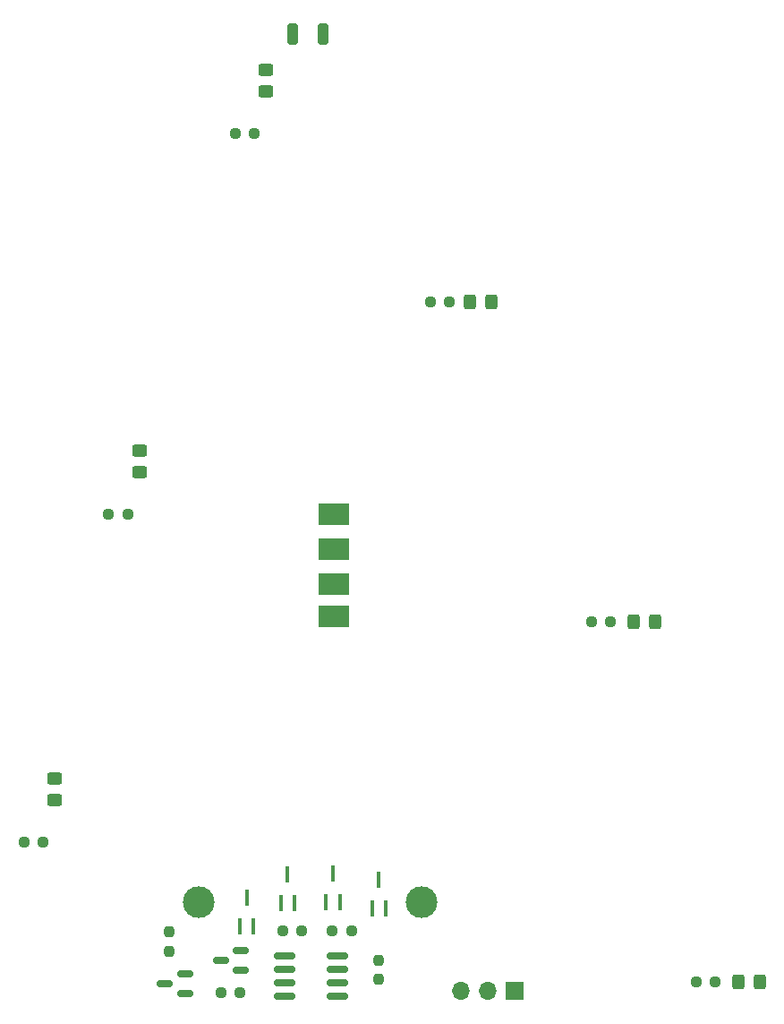
<source format=gbs>
G04 #@! TF.GenerationSoftware,KiCad,Pcbnew,7.0.8*
G04 #@! TF.CreationDate,2024-06-18T20:24:05+02:00*
G04 #@! TF.ProjectId,PCB_Christmas_Tree,5043425f-4368-4726-9973-746d61735f54,rev?*
G04 #@! TF.SameCoordinates,Original*
G04 #@! TF.FileFunction,Soldermask,Bot*
G04 #@! TF.FilePolarity,Negative*
%FSLAX46Y46*%
G04 Gerber Fmt 4.6, Leading zero omitted, Abs format (unit mm)*
G04 Created by KiCad (PCBNEW 7.0.8) date 2024-06-18 20:24:05*
%MOMM*%
%LPD*%
G01*
G04 APERTURE LIST*
G04 Aperture macros list*
%AMRoundRect*
0 Rectangle with rounded corners*
0 $1 Rounding radius*
0 $2 $3 $4 $5 $6 $7 $8 $9 X,Y pos of 4 corners*
0 Add a 4 corners polygon primitive as box body*
4,1,4,$2,$3,$4,$5,$6,$7,$8,$9,$2,$3,0*
0 Add four circle primitives for the rounded corners*
1,1,$1+$1,$2,$3*
1,1,$1+$1,$4,$5*
1,1,$1+$1,$6,$7*
1,1,$1+$1,$8,$9*
0 Add four rect primitives between the rounded corners*
20,1,$1+$1,$2,$3,$4,$5,0*
20,1,$1+$1,$4,$5,$6,$7,0*
20,1,$1+$1,$6,$7,$8,$9,0*
20,1,$1+$1,$8,$9,$2,$3,0*%
G04 Aperture macros list end*
%ADD10RoundRect,0.250000X0.450000X-0.325000X0.450000X0.325000X-0.450000X0.325000X-0.450000X-0.325000X0*%
%ADD11RoundRect,0.237500X-0.250000X-0.237500X0.250000X-0.237500X0.250000X0.237500X-0.250000X0.237500X0*%
%ADD12RoundRect,0.250000X0.250000X0.750000X-0.250000X0.750000X-0.250000X-0.750000X0.250000X-0.750000X0*%
%ADD13RoundRect,0.237500X0.250000X0.237500X-0.250000X0.237500X-0.250000X-0.237500X0.250000X-0.237500X0*%
%ADD14RoundRect,0.150000X0.587500X0.150000X-0.587500X0.150000X-0.587500X-0.150000X0.587500X-0.150000X0*%
%ADD15R,3.000000X2.000000*%
%ADD16RoundRect,0.250000X-0.325000X-0.450000X0.325000X-0.450000X0.325000X0.450000X-0.325000X0.450000X0*%
%ADD17RoundRect,0.237500X0.237500X-0.250000X0.237500X0.250000X-0.237500X0.250000X-0.237500X-0.250000X0*%
%ADD18R,1.700000X1.700000*%
%ADD19O,1.700000X1.700000*%
%ADD20C,3.000000*%
%ADD21R,0.450000X1.500000*%
%ADD22RoundRect,0.237500X-0.237500X0.250000X-0.237500X-0.250000X0.237500X-0.250000X0.237500X0.250000X0*%
%ADD23RoundRect,0.150000X-0.825000X-0.150000X0.825000X-0.150000X0.825000X0.150000X-0.825000X0.150000X0*%
G04 APERTURE END LIST*
D10*
X86095124Y-115523248D03*
X86095124Y-113473248D03*
D11*
X112346124Y-127848248D03*
X114171124Y-127848248D03*
D12*
X111504124Y-43139248D03*
D13*
X105007624Y-52498248D03*
X103182624Y-52498248D03*
X148611624Y-132674248D03*
X146786624Y-132674248D03*
D14*
X103678624Y-129692248D03*
X103678624Y-131592248D03*
X101803624Y-130642248D03*
D15*
X112495124Y-88472248D03*
X112495124Y-91774248D03*
X112495124Y-95076248D03*
X112495124Y-98124248D03*
D13*
X138705624Y-98638248D03*
X136880624Y-98638248D03*
D11*
X101828624Y-133690248D03*
X103653624Y-133690248D03*
D16*
X150738124Y-132674248D03*
X152788124Y-132674248D03*
D10*
X94095124Y-84523248D03*
X94095124Y-82473248D03*
X106095124Y-48498248D03*
X106095124Y-46448248D03*
D17*
X116711124Y-132443748D03*
X116711124Y-130618748D03*
D18*
X129620124Y-133498248D03*
D19*
X127080124Y-133498248D03*
X124540124Y-133498248D03*
D13*
X93007624Y-88498248D03*
X91182624Y-88498248D03*
D16*
X140832124Y-98638248D03*
X142882124Y-98638248D03*
D14*
X98423124Y-131912248D03*
X98423124Y-133812248D03*
X96548124Y-132862248D03*
D13*
X85007624Y-119498248D03*
X83182624Y-119498248D03*
D20*
X99739124Y-125125248D03*
X120821124Y-125125248D03*
D21*
X104915124Y-127400248D03*
X103615124Y-127400248D03*
X104265124Y-124740248D03*
X117427124Y-125700748D03*
X116127124Y-125700748D03*
X116777124Y-123040748D03*
X108791124Y-125192748D03*
X107491124Y-125192748D03*
X108141124Y-122532748D03*
X113087124Y-125114248D03*
X111787124Y-125114248D03*
X112437124Y-122454248D03*
D11*
X107670624Y-127848248D03*
X109495624Y-127848248D03*
D13*
X123456624Y-68412248D03*
X121631624Y-68412248D03*
D16*
X125338124Y-68412248D03*
X127388124Y-68412248D03*
D22*
X96899124Y-127951748D03*
X96899124Y-129776748D03*
D12*
X108583124Y-43139248D03*
D23*
X107864124Y-134037248D03*
X107864124Y-132767248D03*
X107864124Y-131497248D03*
X107864124Y-130227248D03*
X112814124Y-130227248D03*
X112814124Y-131497248D03*
X112814124Y-132767248D03*
X112814124Y-134037248D03*
M02*

</source>
